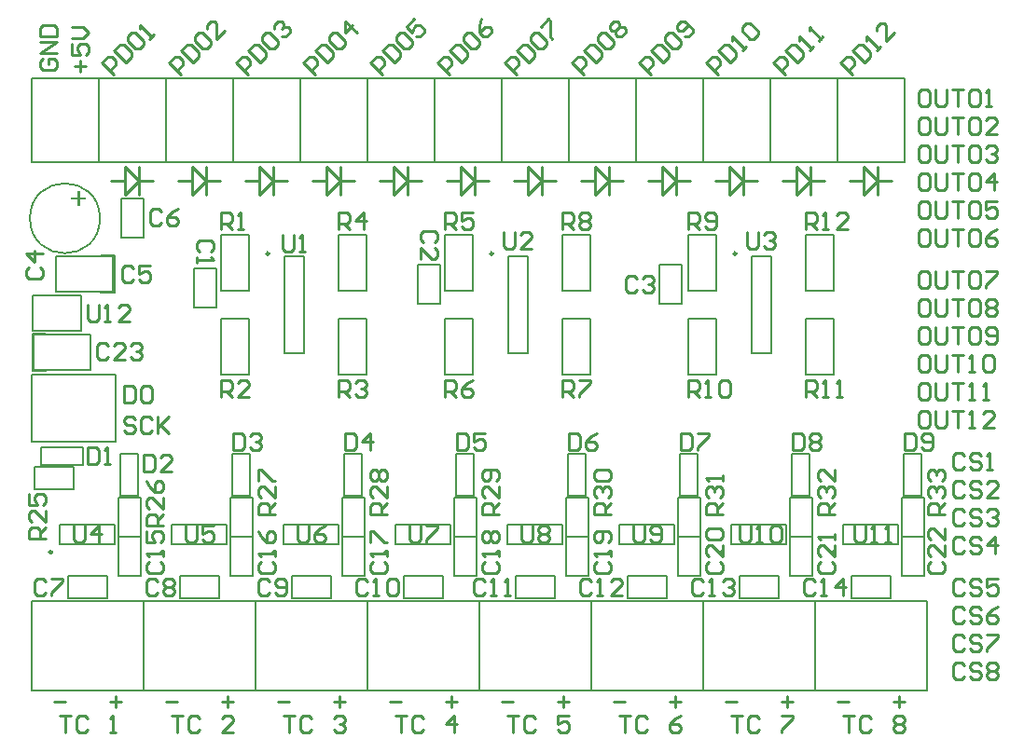
<source format=gto>
G04 Layer_Color=65535*
%FSLAX25Y25*%
%MOIN*%
G70*
G01*
G75*
%ADD31C,0.00984*%
%ADD32C,0.00500*%
%ADD33C,0.00787*%
%ADD34C,0.01000*%
G36*
X139325Y411506D02*
X141500D01*
Y410592D01*
X139325D01*
Y408417D01*
X138399D01*
Y410592D01*
X136224D01*
Y411506D01*
X138399D01*
Y413704D01*
X139325D01*
Y411506D01*
D02*
G37*
D31*
X373992Y391347D02*
G03*
X373992Y391347I-492J0D01*
G01*
X286992D02*
G03*
X286992Y391347I-492J0D01*
G01*
X206992D02*
G03*
X206992Y391347I-492J0D01*
G01*
X409392Y284600D02*
G03*
X409392Y284600I-492J0D01*
G01*
X369392D02*
G03*
X369392Y284600I-492J0D01*
G01*
X329392D02*
G03*
X329392Y284600I-492J0D01*
G01*
X289392D02*
G03*
X289392Y284600I-492J0D01*
G01*
X249392D02*
G03*
X249392Y284600I-492J0D01*
G01*
X209392D02*
G03*
X209392Y284600I-492J0D01*
G01*
X169392D02*
G03*
X169392Y284600I-492J0D01*
G01*
X129392D02*
G03*
X129392Y284600I-492J0D01*
G01*
D32*
X146500Y404000D02*
G03*
X146500Y404000I-12500J0D01*
G01*
X346500Y387500D02*
X354500D01*
X346500Y373500D02*
X354500D01*
X346500D02*
Y387500D01*
X354500Y373500D02*
Y387500D01*
X398949Y398001D02*
X408949D01*
X398949Y378000D02*
X408949D01*
X398949D02*
Y398001D01*
X408949Y378000D02*
Y398001D01*
X398949Y347999D02*
X408949D01*
X398949Y368000D02*
X408949D01*
Y347999D02*
Y368000D01*
X398949Y347999D02*
Y368000D01*
X356949Y347999D02*
X366949D01*
X356949Y368000D02*
X366949D01*
Y347999D02*
Y368000D01*
X356949Y347999D02*
Y368000D01*
Y398001D02*
X366949D01*
X356949Y378000D02*
X366949D01*
X356949D02*
Y398001D01*
X366949Y378000D02*
Y398001D01*
X311949D02*
X321949D01*
X311949Y378000D02*
X321949D01*
X311949D02*
Y398001D01*
X321949Y378000D02*
Y398001D01*
X311949Y347999D02*
X321949D01*
X311949Y368000D02*
X321949D01*
Y347999D02*
Y368000D01*
X311949Y347999D02*
Y368000D01*
X269949Y347999D02*
X279949D01*
X269949Y368000D02*
X279949D01*
Y347999D02*
Y368000D01*
X269949Y347999D02*
Y368000D01*
Y398001D02*
X279949D01*
X269949Y378000D02*
X279949D01*
X269949D02*
Y398001D01*
X279949Y378000D02*
Y398001D01*
X260000Y387500D02*
X268000D01*
X260000Y373500D02*
X268000D01*
X260000D02*
Y387500D01*
X268000Y373500D02*
Y387500D01*
X180000Y386000D02*
X188000D01*
X180000Y372000D02*
X188000D01*
X180000D02*
Y386000D01*
X188000Y372000D02*
Y386000D01*
X231949Y398001D02*
X241949D01*
X231949Y378000D02*
X241949D01*
X231949D02*
Y398001D01*
X241949Y378000D02*
Y398001D01*
X231949Y347999D02*
X241949D01*
X231949Y368000D02*
X241949D01*
Y347999D02*
Y368000D01*
X231949Y347999D02*
Y368000D01*
X189949Y398001D02*
X199949D01*
X189949Y378000D02*
X199949D01*
X189949D02*
Y398001D01*
X199949Y378000D02*
Y398001D01*
X189949Y347999D02*
X199949D01*
X189949Y368000D02*
X199949D01*
Y347999D02*
Y368000D01*
X189949Y347999D02*
Y368000D01*
X433850Y304638D02*
Y319598D01*
X440150Y304638D02*
Y319598D01*
X433850D02*
X440150D01*
X433850Y304638D02*
X440150D01*
X441000Y290000D02*
Y304000D01*
X433000Y290000D02*
Y304000D01*
Y290000D02*
X441000D01*
X433000Y304000D02*
X441000D01*
X393850Y304638D02*
Y319598D01*
X400150Y304638D02*
Y319598D01*
X393850D02*
X400150D01*
X393850Y304638D02*
X400150D01*
X401000Y290000D02*
Y304000D01*
X393000Y290000D02*
Y304000D01*
Y290000D02*
X401000D01*
X393000Y304000D02*
X401000D01*
X393000Y276000D02*
X401000D01*
X393000Y290000D02*
X401000D01*
Y276000D02*
Y290000D01*
X393000Y276000D02*
Y290000D01*
X353850Y304638D02*
Y319598D01*
X360150Y304638D02*
Y319598D01*
X353850D02*
X360150D01*
X353850Y304638D02*
X360150D01*
X361000Y290000D02*
Y304000D01*
X353000Y290000D02*
Y304000D01*
Y290000D02*
X361000D01*
X353000Y304000D02*
X361000D01*
X353000Y276000D02*
X361000D01*
X353000Y290000D02*
X361000D01*
Y276000D02*
Y290000D01*
X353000Y276000D02*
Y290000D01*
X313850Y304638D02*
Y319598D01*
X320150Y304638D02*
Y319598D01*
X313850D02*
X320150D01*
X313850Y304638D02*
X320150D01*
X321000Y290000D02*
Y304000D01*
X313000Y290000D02*
Y304000D01*
Y290000D02*
X321000D01*
X313000Y304000D02*
X321000D01*
X313000Y276000D02*
X321000D01*
X313000Y290000D02*
X321000D01*
Y276000D02*
Y290000D01*
X313000Y276000D02*
Y290000D01*
X273850Y304638D02*
Y319598D01*
X280150Y304638D02*
Y319598D01*
X273850D02*
X280150D01*
X273850Y304638D02*
X280150D01*
X281000Y290000D02*
Y304000D01*
X273000Y290000D02*
Y304000D01*
Y290000D02*
X281000D01*
X273000Y304000D02*
X281000D01*
X273000Y276000D02*
X281000D01*
X273000Y290000D02*
X281000D01*
Y276000D02*
Y290000D01*
X273000Y276000D02*
Y290000D01*
X233850Y304638D02*
Y319598D01*
X240150Y304638D02*
Y319598D01*
X233850D02*
X240150D01*
X233850Y304638D02*
X240150D01*
X193850D02*
Y319598D01*
X200150Y304638D02*
Y319598D01*
X193850D02*
X200150D01*
X193850Y304638D02*
X200150D01*
X201000Y290000D02*
Y304000D01*
X193000Y290000D02*
Y304000D01*
Y290000D02*
X201000D01*
X193000Y304000D02*
X201000D01*
X241000Y290000D02*
Y304000D01*
X233000Y290000D02*
Y304000D01*
Y290000D02*
X241000D01*
X233000Y304000D02*
X241000D01*
X233000Y276000D02*
X241000D01*
X233000Y290000D02*
X241000D01*
Y276000D02*
Y290000D01*
X233000Y276000D02*
Y290000D01*
X433000Y276000D02*
X441000D01*
X433000Y290000D02*
X441000D01*
Y276000D02*
Y290000D01*
X433000Y276000D02*
Y290000D01*
X154000Y411000D02*
X162000D01*
X154000Y397000D02*
X162000D01*
X154000D02*
Y411000D01*
X162000Y397000D02*
Y411000D01*
X130764Y377701D02*
X151236D01*
X130764D02*
Y390299D01*
X151236D01*
Y377701D02*
Y390299D01*
X146906Y377307D02*
Y377701D01*
Y377307D02*
X151630D01*
Y390693D01*
X146906D02*
X151630D01*
X146906Y390299D02*
Y390693D01*
X161000Y290000D02*
Y304000D01*
X153000Y290000D02*
Y304000D01*
Y290000D02*
X161000D01*
X153000Y304000D02*
X161000D01*
X153850Y304638D02*
Y319598D01*
X160150Y304638D02*
Y319598D01*
X153850D02*
X160150D01*
X153850Y304638D02*
X160150D01*
X429000Y268000D02*
Y276000D01*
X415000Y268000D02*
Y276000D01*
X429000D01*
X415000Y268000D02*
X429000D01*
X389000D02*
Y276000D01*
X375000Y268000D02*
Y276000D01*
X389000D01*
X375000Y268000D02*
X389000D01*
X349000D02*
Y276000D01*
X335000Y268000D02*
Y276000D01*
X349000D01*
X335000Y268000D02*
X349000D01*
X309000D02*
Y276000D01*
X295000Y268000D02*
Y276000D01*
X309000D01*
X295000Y268000D02*
X309000D01*
X269000D02*
Y276000D01*
X255000Y268000D02*
Y276000D01*
X269000D01*
X255000Y268000D02*
X269000D01*
X229000D02*
Y276000D01*
X215000Y268000D02*
Y276000D01*
X229000D01*
X215000Y268000D02*
X229000D01*
X189000D02*
Y276000D01*
X175000Y268000D02*
Y276000D01*
X189000D01*
X175000Y268000D02*
X189000D01*
X193000Y276000D02*
X201000D01*
X193000Y290000D02*
X201000D01*
Y276000D02*
Y290000D01*
X193000Y276000D02*
Y290000D01*
X153000Y276000D02*
X161000D01*
X153000Y290000D02*
X161000D01*
Y276000D02*
Y290000D01*
X153000Y276000D02*
Y290000D01*
X149000Y268000D02*
Y276000D01*
X135000Y268000D02*
Y276000D01*
X149000D01*
X135000Y268000D02*
X149000D01*
X122339Y363701D02*
X139661D01*
X122339D02*
Y376299D01*
X139661D01*
Y363701D02*
Y376299D01*
X122764Y362299D02*
X143236D01*
Y349701D02*
Y362299D01*
X122764Y349701D02*
X143236D01*
X122764D02*
Y362299D01*
X127094D02*
Y362693D01*
X122370D02*
X127094D01*
X122370Y349307D02*
Y362693D01*
Y349307D02*
X127094D01*
Y349701D01*
X123000Y307000D02*
X137000D01*
X123000Y315000D02*
X137000D01*
X123000Y307000D02*
Y315000D01*
X137000Y307000D02*
Y315000D01*
X125402Y315850D02*
X140362D01*
X125402Y322150D02*
X140362D01*
X125402Y315850D02*
Y322150D01*
X140362Y315850D02*
Y322150D01*
X146000Y424000D02*
Y454000D01*
X122000Y424000D02*
Y454000D01*
X146000D01*
X122000Y424000D02*
X146000D01*
X170000D02*
Y454000D01*
X146000Y424000D02*
Y454000D01*
X170000D01*
X146000Y424000D02*
X170000D01*
X194000D02*
Y454000D01*
X170000Y424000D02*
Y454000D01*
X194000D01*
X170000Y424000D02*
X194000D01*
X218000D02*
Y454000D01*
X194000Y424000D02*
Y454000D01*
X218000D01*
X194000Y424000D02*
X218000D01*
X242000D02*
Y454000D01*
X218000Y424000D02*
Y454000D01*
X242000D01*
X218000Y424000D02*
X242000D01*
X266000D02*
Y454000D01*
X242000Y424000D02*
Y454000D01*
X266000D01*
X242000Y424000D02*
X266000D01*
X290000D02*
Y454000D01*
X266000Y424000D02*
Y454000D01*
X290000D01*
X266000Y424000D02*
X290000D01*
X314000D02*
Y454000D01*
X290000Y424000D02*
Y454000D01*
X314000D01*
X290000Y424000D02*
X314000D01*
X338000D02*
Y454000D01*
X314000Y424000D02*
Y454000D01*
X338000D01*
X314000Y424000D02*
X338000D01*
X362000D02*
Y454000D01*
X338000Y424000D02*
Y454000D01*
X362000D01*
X338000Y424000D02*
X362000D01*
X386000D02*
Y454000D01*
X362000Y424000D02*
Y454000D01*
X386000D01*
X362000Y424000D02*
X386000D01*
X410000D02*
Y454000D01*
X386000Y424000D02*
Y454000D01*
X410000D01*
X386000Y424000D02*
X410000D01*
X434000D02*
Y454000D01*
X410000Y424000D02*
Y454000D01*
X434000D01*
X410000Y424000D02*
X434000D01*
X122000Y267000D02*
X123000D01*
X122000Y240000D02*
Y262000D01*
X162000Y240000D02*
Y262000D01*
X122000Y235000D02*
Y267000D01*
X162000Y235000D02*
Y267000D01*
X122000Y235000D02*
X162000D01*
X122000Y267000D02*
X162000D01*
X163000D01*
X162000Y240000D02*
Y262000D01*
X202000Y240000D02*
Y262000D01*
X162000Y235000D02*
Y267000D01*
X202000Y235000D02*
Y267000D01*
X162000Y235000D02*
X202000D01*
X162000Y267000D02*
X202000D01*
X203000D01*
X202000Y240000D02*
Y262000D01*
X242000Y240000D02*
Y262000D01*
X202000Y235000D02*
Y267000D01*
X242000Y235000D02*
Y267000D01*
X202000Y235000D02*
X242000D01*
X202000Y267000D02*
X242000D01*
X243000D01*
X242000Y240000D02*
Y262000D01*
X282000Y240000D02*
Y262000D01*
X242000Y235000D02*
Y267000D01*
X282000Y235000D02*
Y267000D01*
X242000Y235000D02*
X282000D01*
X242000Y267000D02*
X282000D01*
X283000D01*
X282000Y240000D02*
Y262000D01*
X322000Y240000D02*
Y262000D01*
X282000Y235000D02*
Y267000D01*
X322000Y235000D02*
Y267000D01*
X282000Y235000D02*
X322000D01*
X282000Y267000D02*
X322000D01*
X323000D01*
X322000Y240000D02*
Y262000D01*
X362000Y240000D02*
Y262000D01*
X322000Y235000D02*
Y267000D01*
X362000Y235000D02*
Y267000D01*
X322000Y235000D02*
X362000D01*
X322000Y267000D02*
X362000D01*
X363000D01*
X362000Y240000D02*
Y262000D01*
X402000Y240000D02*
Y262000D01*
X362000Y235000D02*
Y267000D01*
X402000Y235000D02*
Y267000D01*
X362000Y235000D02*
X402000D01*
X362000Y267000D02*
X402000D01*
X403000D01*
X402000Y240000D02*
Y262000D01*
X442000Y240000D02*
Y262000D01*
X402000Y235000D02*
Y267000D01*
X442000Y235000D02*
Y267000D01*
X402000Y235000D02*
X442000D01*
X402000Y267000D02*
X442000D01*
X122000Y348000D02*
X152000D01*
X122000Y324000D02*
X152000D01*
X122000D02*
Y348000D01*
X152000Y324000D02*
Y348000D01*
D33*
X379405Y355677D02*
X386492D01*
X379405Y390323D02*
X386492D01*
Y355677D02*
Y390323D01*
X379405Y355677D02*
Y390323D01*
X292406Y355677D02*
X299492D01*
X292406Y390323D02*
X299492D01*
Y355677D02*
Y390323D01*
X292406Y355677D02*
Y390323D01*
X212405Y355677D02*
X219492D01*
X212405Y390323D02*
X219492D01*
Y355677D02*
Y390323D01*
X212405Y355677D02*
Y390323D01*
X431843Y287457D02*
Y294543D01*
X412157Y287457D02*
Y294543D01*
X431843D01*
X412157Y287457D02*
X431843D01*
X391843D02*
Y294543D01*
X372158Y287457D02*
Y294543D01*
X391843D01*
X372158Y287457D02*
X391843D01*
X351842D02*
Y294543D01*
X332157Y287457D02*
Y294543D01*
X351842D01*
X332157Y287457D02*
X351842D01*
X311842D02*
Y294543D01*
X292158Y287457D02*
Y294543D01*
X311842D01*
X292158Y287457D02*
X311842D01*
X271843D02*
Y294543D01*
X252157Y287457D02*
Y294543D01*
X271843D01*
X252157Y287457D02*
X271843D01*
X231842D02*
Y294543D01*
X212158Y287457D02*
Y294543D01*
X231842D01*
X212158Y287457D02*
X231842D01*
X191842D02*
Y294543D01*
X172158Y287457D02*
Y294543D01*
X191842D01*
X172158Y287457D02*
X191842D01*
X151842D02*
Y294543D01*
X132158Y287457D02*
Y294543D01*
X151842D01*
X132158Y287457D02*
X151842D01*
D34*
X155500Y412500D02*
Y422500D01*
Y412500D02*
X160500Y417500D01*
X155500Y422500D02*
X160500Y417500D01*
Y422500D01*
Y412500D02*
Y417500D01*
X165500D01*
X150500D02*
X155500D01*
X174500D02*
X179500D01*
X184500D02*
X189500D01*
X184500Y412500D02*
Y417500D01*
Y422500D01*
X179500D02*
X184500Y417500D01*
X179500Y412500D02*
X184500Y417500D01*
X179500Y412500D02*
Y422500D01*
X198500Y417500D02*
X203500D01*
X208500D02*
X213500D01*
X208500Y412500D02*
Y417500D01*
Y422500D01*
X203500D02*
X208500Y417500D01*
X203500Y412500D02*
X208500Y417500D01*
X203500Y412500D02*
Y422500D01*
X222500Y417500D02*
X227500D01*
X232500D02*
X237500D01*
X232500Y412500D02*
Y417500D01*
Y422500D01*
X227500D02*
X232500Y417500D01*
X227500Y412500D02*
X232500Y417500D01*
X227500Y412500D02*
Y422500D01*
X246500Y417500D02*
X251500D01*
X256500D02*
X261500D01*
X256500Y412500D02*
Y417500D01*
Y422500D01*
X251500D02*
X256500Y417500D01*
X251500Y412500D02*
X256500Y417500D01*
X251500Y412500D02*
Y422500D01*
X270500Y417500D02*
X275500D01*
X280500D02*
X285500D01*
X280500Y412500D02*
Y417500D01*
Y422500D01*
X275500D02*
X280500Y417500D01*
X275500Y412500D02*
X280500Y417500D01*
X275500Y412500D02*
Y422500D01*
X294500Y417500D02*
X299500D01*
X304500D02*
X309500D01*
X304500Y412500D02*
Y417500D01*
Y422500D01*
X299500D02*
X304500Y417500D01*
X299500Y412500D02*
X304500Y417500D01*
X299500Y412500D02*
Y422500D01*
X318500Y417500D02*
X323500D01*
X328500D02*
X333500D01*
X328500Y412500D02*
Y417500D01*
Y422500D01*
X323500D02*
X328500Y417500D01*
X323500Y412500D02*
X328500Y417500D01*
X323500Y412500D02*
Y422500D01*
X342500Y417500D02*
X347500D01*
X352500D02*
X357500D01*
X352500Y412500D02*
Y417500D01*
Y422500D01*
X347500D02*
X352500Y417500D01*
X347500Y412500D02*
X352500Y417500D01*
X347500Y412500D02*
Y422500D01*
X366500Y417500D02*
X371500D01*
X376500D02*
X381500D01*
X376500Y412500D02*
Y417500D01*
Y422500D01*
X371500D02*
X376500Y417500D01*
X371500Y412500D02*
X376500Y417500D01*
X371500Y412500D02*
Y422500D01*
X390500Y417500D02*
X395500D01*
X400500D02*
X405500D01*
X400500Y412500D02*
Y417500D01*
Y422500D01*
X395500D02*
X400500Y417500D01*
X395500Y412500D02*
X400500Y417500D01*
X395500Y412500D02*
Y422500D01*
X414500Y417500D02*
X419500D01*
X424500D02*
X429500D01*
X424500Y412500D02*
Y417500D01*
Y422500D01*
X419500D02*
X424500Y417500D01*
X419500Y412500D02*
X424500Y417500D01*
X419500Y412500D02*
Y422500D01*
X269949Y400000D02*
Y405998D01*
X272948D01*
X273948Y404998D01*
Y402999D01*
X272948Y401999D01*
X269949D01*
X271948D02*
X273948Y400000D01*
X279946Y405998D02*
X275947D01*
Y402999D01*
X277946Y403999D01*
X278946D01*
X279946Y402999D01*
Y401000D01*
X278946Y400000D01*
X276947D01*
X275947Y401000D01*
X356949Y400000D02*
Y405998D01*
X359948D01*
X360947Y404998D01*
Y402999D01*
X359948Y401999D01*
X356949D01*
X358948D02*
X360947Y400000D01*
X362947Y401000D02*
X363947Y400000D01*
X365946D01*
X366946Y401000D01*
Y404998D01*
X365946Y405998D01*
X363947D01*
X362947Y404998D01*
Y403999D01*
X363947Y402999D01*
X366946D01*
X189949Y400000D02*
Y405998D01*
X192948D01*
X193948Y404998D01*
Y402999D01*
X192948Y401999D01*
X189949D01*
X191948D02*
X193948Y400000D01*
X195947D02*
X197946D01*
X196947D01*
Y405998D01*
X195947Y404998D01*
X269949Y340000D02*
Y345998D01*
X272948D01*
X273948Y344998D01*
Y342999D01*
X272948Y341999D01*
X269949D01*
X271948D02*
X273948Y340000D01*
X279946Y345998D02*
X277946Y344998D01*
X275947Y342999D01*
Y341000D01*
X276947Y340000D01*
X278946D01*
X279946Y341000D01*
Y341999D01*
X278946Y342999D01*
X275947D01*
X356949Y340000D02*
Y345998D01*
X359948D01*
X360947Y344998D01*
Y342999D01*
X359948Y341999D01*
X356949D01*
X358948D02*
X360947Y340000D01*
X362947D02*
X364946D01*
X363947D01*
Y345998D01*
X362947Y344998D01*
X367945D02*
X368945Y345998D01*
X370944D01*
X371944Y344998D01*
Y341000D01*
X370944Y340000D01*
X368945D01*
X367945Y341000D01*
Y344998D01*
X189949Y340000D02*
Y345998D01*
X192948D01*
X193948Y344998D01*
Y342999D01*
X192948Y341999D01*
X189949D01*
X191948D02*
X193948Y340000D01*
X199946D02*
X195947D01*
X199946Y343999D01*
Y344998D01*
X198946Y345998D01*
X196947D01*
X195947Y344998D01*
X398949Y340000D02*
Y345998D01*
X401948D01*
X402948Y344998D01*
Y342999D01*
X401948Y341999D01*
X398949D01*
X400948D02*
X402948Y340000D01*
X404947D02*
X406946D01*
X405947D01*
Y345998D01*
X404947Y344998D01*
X409945Y340000D02*
X411945D01*
X410945D01*
Y345998D01*
X409945Y344998D01*
X311949Y340000D02*
Y345998D01*
X314948D01*
X315948Y344998D01*
Y342999D01*
X314948Y341999D01*
X311949D01*
X313948D02*
X315948Y340000D01*
X317947Y345998D02*
X321946D01*
Y344998D01*
X317947Y341000D01*
Y340000D01*
X231949D02*
Y345998D01*
X234948D01*
X235947Y344998D01*
Y342999D01*
X234948Y341999D01*
X231949D01*
X233948D02*
X235947Y340000D01*
X237947Y344998D02*
X238947Y345998D01*
X240946D01*
X241946Y344998D01*
Y343999D01*
X240946Y342999D01*
X239946D01*
X240946D01*
X241946Y341999D01*
Y341000D01*
X240946Y340000D01*
X238947D01*
X237947Y341000D01*
X231949Y400000D02*
Y405998D01*
X234948D01*
X235947Y404998D01*
Y402999D01*
X234948Y401999D01*
X231949D01*
X233948D02*
X235947Y400000D01*
X240946D02*
Y405998D01*
X237947Y402999D01*
X241946D01*
X311949Y400000D02*
Y405998D01*
X314948D01*
X315948Y404998D01*
Y402999D01*
X314948Y401999D01*
X311949D01*
X313948D02*
X315948Y400000D01*
X317947Y404998D02*
X318947Y405998D01*
X320946D01*
X321946Y404998D01*
Y403999D01*
X320946Y402999D01*
X321946Y401999D01*
Y401000D01*
X320946Y400000D01*
X318947D01*
X317947Y401000D01*
Y401999D01*
X318947Y402999D01*
X317947Y403999D01*
Y404998D01*
X318947Y402999D02*
X320946D01*
X398949Y400000D02*
Y405998D01*
X401948D01*
X402948Y404998D01*
Y402999D01*
X401948Y401999D01*
X398949D01*
X400948D02*
X402948Y400000D01*
X404947D02*
X406946D01*
X405947D01*
Y405998D01*
X404947Y404998D01*
X413944Y400000D02*
X409945D01*
X413944Y403999D01*
Y404998D01*
X412944Y405998D01*
X410945D01*
X409945Y404998D01*
X211949Y397998D02*
Y393000D01*
X212948Y392000D01*
X214948D01*
X215948Y393000D01*
Y397998D01*
X217947Y392000D02*
X219946D01*
X218947D01*
Y397998D01*
X217947Y396998D01*
X290949Y398998D02*
Y394000D01*
X291949Y393000D01*
X293948D01*
X294948Y394000D01*
Y398998D01*
X300946Y393000D02*
X296947D01*
X300946Y396999D01*
Y397998D01*
X299946Y398998D01*
X297947D01*
X296947Y397998D01*
X377949Y398998D02*
Y394000D01*
X378948Y393000D01*
X380948D01*
X381947Y394000D01*
Y398998D01*
X383947Y397998D02*
X384947Y398998D01*
X386946D01*
X387946Y397998D01*
Y396999D01*
X386946Y395999D01*
X385946D01*
X386946D01*
X387946Y394999D01*
Y394000D01*
X386946Y393000D01*
X384947D01*
X383947Y394000D01*
X137000Y293998D02*
Y289000D01*
X138000Y288000D01*
X139999D01*
X140999Y289000D01*
Y293998D01*
X145997Y288000D02*
Y293998D01*
X142998Y290999D01*
X146997D01*
X297000Y293998D02*
Y289000D01*
X298000Y288000D01*
X299999D01*
X300999Y289000D01*
Y293998D01*
X302998Y292998D02*
X303998Y293998D01*
X305997D01*
X306997Y292998D01*
Y291999D01*
X305997Y290999D01*
X306997Y289999D01*
Y289000D01*
X305997Y288000D01*
X303998D01*
X302998Y289000D01*
Y289999D01*
X303998Y290999D01*
X302998Y291999D01*
Y292998D01*
X303998Y290999D02*
X305997D01*
X177000Y293998D02*
Y289000D01*
X178000Y288000D01*
X179999D01*
X180999Y289000D01*
Y293998D01*
X186997D02*
X182998D01*
Y290999D01*
X184997Y291999D01*
X185997D01*
X186997Y290999D01*
Y289000D01*
X185997Y288000D01*
X183998D01*
X182998Y289000D01*
X337000Y293998D02*
Y289000D01*
X338000Y288000D01*
X339999D01*
X340999Y289000D01*
Y293998D01*
X342998Y289000D02*
X343998Y288000D01*
X345997D01*
X346997Y289000D01*
Y292998D01*
X345997Y293998D01*
X343998D01*
X342998Y292998D01*
Y291999D01*
X343998Y290999D01*
X346997D01*
X217000Y293998D02*
Y289000D01*
X218000Y288000D01*
X219999D01*
X220999Y289000D01*
Y293998D01*
X226997D02*
X224997Y292998D01*
X222998Y290999D01*
Y289000D01*
X223998Y288000D01*
X225997D01*
X226997Y289000D01*
Y289999D01*
X225997Y290999D01*
X222998D01*
X375000Y293998D02*
Y289000D01*
X376000Y288000D01*
X377999D01*
X378999Y289000D01*
Y293998D01*
X380998Y288000D02*
X382997D01*
X381998D01*
Y293998D01*
X380998Y292998D01*
X385996D02*
X386996Y293998D01*
X388996D01*
X389995Y292998D01*
Y289000D01*
X388996Y288000D01*
X386996D01*
X385996Y289000D01*
Y292998D01*
X257000Y293998D02*
Y289000D01*
X258000Y288000D01*
X259999D01*
X260999Y289000D01*
Y293998D01*
X262998D02*
X266997D01*
Y292998D01*
X262998Y289000D01*
Y288000D01*
X416000Y293998D02*
Y289000D01*
X417000Y288000D01*
X418999D01*
X419999Y289000D01*
Y293998D01*
X421998Y288000D02*
X423997D01*
X422998D01*
Y293998D01*
X421998Y292998D01*
X426996Y288000D02*
X428996D01*
X427996D01*
Y293998D01*
X426996Y292998D01*
X142000Y372998D02*
Y368000D01*
X143000Y367000D01*
X144999D01*
X145999Y368000D01*
Y372998D01*
X147998Y367000D02*
X149997D01*
X148998D01*
Y372998D01*
X147998Y371998D01*
X156995Y367000D02*
X152996D01*
X156995Y370999D01*
Y371998D01*
X155996Y372998D01*
X153996D01*
X152996Y371998D01*
X185998Y392001D02*
X186998Y393001D01*
Y395000D01*
X185998Y396000D01*
X182000D01*
X181000Y395000D01*
Y393001D01*
X182000Y392001D01*
X181000Y390002D02*
Y388003D01*
Y389002D01*
X186998D01*
X185998Y390002D01*
X265998Y395501D02*
X266998Y396501D01*
Y398500D01*
X265998Y399500D01*
X262000D01*
X261000Y398500D01*
Y396501D01*
X262000Y395501D01*
X261000Y389503D02*
Y393502D01*
X264999Y389503D01*
X265998D01*
X266998Y390503D01*
Y392502D01*
X265998Y393502D01*
X338499Y382498D02*
X337499Y383498D01*
X335500D01*
X334500Y382498D01*
Y378500D01*
X335500Y377500D01*
X337499D01*
X338499Y378500D01*
X340498Y382498D02*
X341498Y383498D01*
X343497D01*
X344497Y382498D01*
Y381499D01*
X343497Y380499D01*
X342497D01*
X343497D01*
X344497Y379499D01*
Y378500D01*
X343497Y377500D01*
X341498D01*
X340498Y378500D01*
X121002Y386499D02*
X120002Y385499D01*
Y383500D01*
X121002Y382500D01*
X125000D01*
X126000Y383500D01*
Y385499D01*
X125000Y386499D01*
X126000Y391497D02*
X120002D01*
X123001Y388498D01*
Y392497D01*
X158499Y385998D02*
X157499Y386998D01*
X155500D01*
X154500Y385998D01*
Y382000D01*
X155500Y381000D01*
X157499D01*
X158499Y382000D01*
X164497Y386998D02*
X160498D01*
Y383999D01*
X162497Y384999D01*
X163497D01*
X164497Y383999D01*
Y382000D01*
X163497Y381000D01*
X161498D01*
X160498Y382000D01*
X168499Y406498D02*
X167499Y407498D01*
X165500D01*
X164500Y406498D01*
Y402500D01*
X165500Y401500D01*
X167499D01*
X168499Y402500D01*
X174497Y407498D02*
X172497Y406498D01*
X170498Y404499D01*
Y402500D01*
X171498Y401500D01*
X173497D01*
X174497Y402500D01*
Y403499D01*
X173497Y404499D01*
X170498D01*
X126999Y273998D02*
X125999Y274998D01*
X124000D01*
X123000Y273998D01*
Y270000D01*
X124000Y269000D01*
X125999D01*
X126999Y270000D01*
X128998Y274998D02*
X132997D01*
Y273998D01*
X128998Y270000D01*
Y269000D01*
X166999Y273998D02*
X165999Y274998D01*
X164000D01*
X163000Y273998D01*
Y270000D01*
X164000Y269000D01*
X165999D01*
X166999Y270000D01*
X168998Y273998D02*
X169998Y274998D01*
X171997D01*
X172997Y273998D01*
Y272999D01*
X171997Y271999D01*
X172997Y270999D01*
Y270000D01*
X171997Y269000D01*
X169998D01*
X168998Y270000D01*
Y270999D01*
X169998Y271999D01*
X168998Y272999D01*
Y273998D01*
X169998Y271999D02*
X171997D01*
X206999Y273998D02*
X205999Y274998D01*
X204000D01*
X203000Y273998D01*
Y270000D01*
X204000Y269000D01*
X205999D01*
X206999Y270000D01*
X208998D02*
X209998Y269000D01*
X211997D01*
X212997Y270000D01*
Y273998D01*
X211997Y274998D01*
X209998D01*
X208998Y273998D01*
Y272999D01*
X209998Y271999D01*
X212997D01*
X241999Y273998D02*
X240999Y274998D01*
X239000D01*
X238000Y273998D01*
Y270000D01*
X239000Y269000D01*
X240999D01*
X241999Y270000D01*
X243998Y269000D02*
X245997D01*
X244998D01*
Y274998D01*
X243998Y273998D01*
X248996D02*
X249996Y274998D01*
X251995D01*
X252995Y273998D01*
Y270000D01*
X251995Y269000D01*
X249996D01*
X248996Y270000D01*
Y273998D01*
X283999D02*
X282999Y274998D01*
X281000D01*
X280000Y273998D01*
Y270000D01*
X281000Y269000D01*
X282999D01*
X283999Y270000D01*
X285998Y269000D02*
X287997D01*
X286998D01*
Y274998D01*
X285998Y273998D01*
X290996Y269000D02*
X292996D01*
X291996D01*
Y274998D01*
X290996Y273998D01*
X321999D02*
X320999Y274998D01*
X319000D01*
X318000Y273998D01*
Y270000D01*
X319000Y269000D01*
X320999D01*
X321999Y270000D01*
X323998Y269000D02*
X325997D01*
X324998D01*
Y274998D01*
X323998Y273998D01*
X332995Y269000D02*
X328996D01*
X332995Y272999D01*
Y273998D01*
X331996Y274998D01*
X329996D01*
X328996Y273998D01*
X361999D02*
X360999Y274998D01*
X359000D01*
X358000Y273998D01*
Y270000D01*
X359000Y269000D01*
X360999D01*
X361999Y270000D01*
X363998Y269000D02*
X365997D01*
X364998D01*
Y274998D01*
X363998Y273998D01*
X368996D02*
X369996Y274998D01*
X371995D01*
X372995Y273998D01*
Y272999D01*
X371995Y271999D01*
X370996D01*
X371995D01*
X372995Y270999D01*
Y270000D01*
X371995Y269000D01*
X369996D01*
X368996Y270000D01*
X401999Y273998D02*
X400999Y274998D01*
X399000D01*
X398000Y273998D01*
Y270000D01*
X399000Y269000D01*
X400999D01*
X401999Y270000D01*
X403998Y269000D02*
X405997D01*
X404998D01*
Y274998D01*
X403998Y273998D01*
X411996Y269000D02*
Y274998D01*
X408996Y271999D01*
X412995D01*
X164002Y280999D02*
X163002Y279999D01*
Y278000D01*
X164002Y277000D01*
X168000D01*
X169000Y278000D01*
Y279999D01*
X168000Y280999D01*
X169000Y282998D02*
Y284997D01*
Y283998D01*
X163002D01*
X164002Y282998D01*
X163002Y291995D02*
Y287996D01*
X166001D01*
X165001Y289996D01*
Y290996D01*
X166001Y291995D01*
X168000D01*
X169000Y290996D01*
Y288996D01*
X168000Y287996D01*
X204002Y280999D02*
X203002Y279999D01*
Y278000D01*
X204002Y277000D01*
X208000D01*
X209000Y278000D01*
Y279999D01*
X208000Y280999D01*
X209000Y282998D02*
Y284997D01*
Y283998D01*
X203002D01*
X204002Y282998D01*
X203002Y291995D02*
X204002Y289996D01*
X206001Y287996D01*
X208000D01*
X209000Y288996D01*
Y290996D01*
X208000Y291995D01*
X207001D01*
X206001Y290996D01*
Y287996D01*
X244002Y280999D02*
X243002Y279999D01*
Y278000D01*
X244002Y277000D01*
X248000D01*
X249000Y278000D01*
Y279999D01*
X248000Y280999D01*
X249000Y282998D02*
Y284997D01*
Y283998D01*
X243002D01*
X244002Y282998D01*
X243002Y287996D02*
Y291995D01*
X244002D01*
X248000Y287996D01*
X249000D01*
X284002Y280999D02*
X283002Y279999D01*
Y278000D01*
X284002Y277000D01*
X288000D01*
X289000Y278000D01*
Y279999D01*
X288000Y280999D01*
X289000Y282998D02*
Y284997D01*
Y283998D01*
X283002D01*
X284002Y282998D01*
Y287996D02*
X283002Y288996D01*
Y290996D01*
X284002Y291995D01*
X285001D01*
X286001Y290996D01*
X287001Y291995D01*
X288000D01*
X289000Y290996D01*
Y288996D01*
X288000Y287996D01*
X287001D01*
X286001Y288996D01*
X285001Y287996D01*
X284002D01*
X286001Y288996D02*
Y290996D01*
X324002Y280999D02*
X323002Y279999D01*
Y278000D01*
X324002Y277000D01*
X328000D01*
X329000Y278000D01*
Y279999D01*
X328000Y280999D01*
X329000Y282998D02*
Y284997D01*
Y283998D01*
X323002D01*
X324002Y282998D01*
X328000Y287996D02*
X329000Y288996D01*
Y290996D01*
X328000Y291995D01*
X324002D01*
X323002Y290996D01*
Y288996D01*
X324002Y287996D01*
X325001D01*
X326001Y288996D01*
Y291995D01*
X364002Y280999D02*
X363002Y279999D01*
Y278000D01*
X364002Y277000D01*
X368000D01*
X369000Y278000D01*
Y279999D01*
X368000Y280999D01*
X369000Y286997D02*
Y282998D01*
X365001Y286997D01*
X364002D01*
X363002Y285997D01*
Y283998D01*
X364002Y282998D01*
Y288996D02*
X363002Y289996D01*
Y291995D01*
X364002Y292995D01*
X368000D01*
X369000Y291995D01*
Y289996D01*
X368000Y288996D01*
X364002D01*
X404002Y280999D02*
X403002Y279999D01*
Y278000D01*
X404002Y277000D01*
X408000D01*
X409000Y278000D01*
Y279999D01*
X408000Y280999D01*
X409000Y286997D02*
Y282998D01*
X405001Y286997D01*
X404002D01*
X403002Y285997D01*
Y283998D01*
X404002Y282998D01*
X409000Y288996D02*
Y290996D01*
Y289996D01*
X403002D01*
X404002Y288996D01*
X443502Y280999D02*
X442502Y279999D01*
Y278000D01*
X443502Y277000D01*
X447500D01*
X448500Y278000D01*
Y279999D01*
X447500Y280999D01*
X448500Y286997D02*
Y282998D01*
X444501Y286997D01*
X443502D01*
X442502Y285997D01*
Y283998D01*
X443502Y282998D01*
X448500Y292995D02*
Y288996D01*
X444501Y292995D01*
X443502D01*
X442502Y291995D01*
Y289996D01*
X443502Y288996D01*
X149499Y358498D02*
X148499Y359498D01*
X146500D01*
X145500Y358498D01*
Y354500D01*
X146500Y353500D01*
X148499D01*
X149499Y354500D01*
X155497Y353500D02*
X151498D01*
X155497Y357499D01*
Y358498D01*
X154497Y359498D01*
X152498D01*
X151498Y358498D01*
X157496D02*
X158496Y359498D01*
X160495D01*
X161495Y358498D01*
Y357499D01*
X160495Y356499D01*
X159495D01*
X160495D01*
X161495Y355499D01*
Y354500D01*
X160495Y353500D01*
X158496D01*
X157496Y354500D01*
X142000Y321998D02*
Y316000D01*
X144999D01*
X145999Y317000D01*
Y320998D01*
X144999Y321998D01*
X142000D01*
X147998Y316000D02*
X149997D01*
X148998D01*
Y321998D01*
X147998Y320998D01*
X162000Y319498D02*
Y313500D01*
X164999D01*
X165999Y314500D01*
Y318498D01*
X164999Y319498D01*
X162000D01*
X171997Y313500D02*
X167998D01*
X171997Y317499D01*
Y318498D01*
X170997Y319498D01*
X168998D01*
X167998Y318498D01*
X194000Y327234D02*
Y321236D01*
X196999D01*
X197999Y322236D01*
Y326235D01*
X196999Y327234D01*
X194000D01*
X199998Y326235D02*
X200998Y327234D01*
X202997D01*
X203997Y326235D01*
Y325235D01*
X202997Y324235D01*
X201998D01*
X202997D01*
X203997Y323236D01*
Y322236D01*
X202997Y321236D01*
X200998D01*
X199998Y322236D01*
X234000Y326998D02*
Y321000D01*
X236999D01*
X237999Y322000D01*
Y325998D01*
X236999Y326998D01*
X234000D01*
X242997Y321000D02*
Y326998D01*
X239998Y323999D01*
X243997D01*
X274000Y326998D02*
Y321000D01*
X276999D01*
X277999Y322000D01*
Y325998D01*
X276999Y326998D01*
X274000D01*
X283997D02*
X279998D01*
Y323999D01*
X281997Y324999D01*
X282997D01*
X283997Y323999D01*
Y322000D01*
X282997Y321000D01*
X280998D01*
X279998Y322000D01*
X314000Y326998D02*
Y321000D01*
X316999D01*
X317999Y322000D01*
Y325998D01*
X316999Y326998D01*
X314000D01*
X323997D02*
X321997Y325998D01*
X319998Y323999D01*
Y322000D01*
X320998Y321000D01*
X322997D01*
X323997Y322000D01*
Y322999D01*
X322997Y323999D01*
X319998D01*
X354000Y326998D02*
Y321000D01*
X356999D01*
X357999Y322000D01*
Y325998D01*
X356999Y326998D01*
X354000D01*
X359998D02*
X363997D01*
Y325998D01*
X359998Y322000D01*
Y321000D01*
X394000Y326998D02*
Y321000D01*
X396999D01*
X397999Y322000D01*
Y325998D01*
X396999Y326998D01*
X394000D01*
X399998Y325998D02*
X400998Y326998D01*
X402997D01*
X403997Y325998D01*
Y324999D01*
X402997Y323999D01*
X403997Y322999D01*
Y322000D01*
X402997Y321000D01*
X400998D01*
X399998Y322000D01*
Y322999D01*
X400998Y323999D01*
X399998Y324999D01*
Y325998D01*
X400998Y323999D02*
X402997D01*
X434000Y326998D02*
Y321000D01*
X436999D01*
X437999Y322000D01*
Y325998D01*
X436999Y326998D01*
X434000D01*
X439998Y322000D02*
X440998Y321000D01*
X442997D01*
X443997Y322000D01*
Y325998D01*
X442997Y326998D01*
X440998D01*
X439998Y325998D01*
Y324999D01*
X440998Y323999D01*
X443997D01*
X127000Y289500D02*
X121002D01*
Y292499D01*
X122002Y293499D01*
X124001D01*
X125001Y292499D01*
Y289500D01*
Y291499D02*
X127000Y293499D01*
Y299497D02*
Y295498D01*
X123001Y299497D01*
X122002D01*
X121002Y298497D01*
Y296498D01*
X122002Y295498D01*
X121002Y305495D02*
Y301496D01*
X124001D01*
X123001Y303496D01*
Y304495D01*
X124001Y305495D01*
X126000D01*
X127000Y304495D01*
Y302496D01*
X126000Y301496D01*
X169000Y294000D02*
X163002D01*
Y296999D01*
X164002Y297999D01*
X166001D01*
X167001Y296999D01*
Y294000D01*
Y295999D02*
X169000Y297999D01*
Y303997D02*
Y299998D01*
X165001Y303997D01*
X164002D01*
X163002Y302997D01*
Y300998D01*
X164002Y299998D01*
X163002Y309995D02*
X164002Y307996D01*
X166001Y305996D01*
X168000D01*
X169000Y306996D01*
Y308995D01*
X168000Y309995D01*
X167001D01*
X166001Y308995D01*
Y305996D01*
X209000Y298000D02*
X203002D01*
Y300999D01*
X204002Y301999D01*
X206001D01*
X207001Y300999D01*
Y298000D01*
Y299999D02*
X209000Y301999D01*
Y307997D02*
Y303998D01*
X205001Y307997D01*
X204002D01*
X203002Y306997D01*
Y304998D01*
X204002Y303998D01*
X203002Y309996D02*
Y313995D01*
X204002D01*
X208000Y309996D01*
X209000D01*
X249000Y298000D02*
X243002D01*
Y300999D01*
X244002Y301999D01*
X246001D01*
X247001Y300999D01*
Y298000D01*
Y299999D02*
X249000Y301999D01*
Y307997D02*
Y303998D01*
X245001Y307997D01*
X244002D01*
X243002Y306997D01*
Y304998D01*
X244002Y303998D01*
Y309996D02*
X243002Y310996D01*
Y312995D01*
X244002Y313995D01*
X245001D01*
X246001Y312995D01*
X247001Y313995D01*
X248000D01*
X249000Y312995D01*
Y310996D01*
X248000Y309996D01*
X247001D01*
X246001Y310996D01*
X245001Y309996D01*
X244002D01*
X246001Y310996D02*
Y312995D01*
X289000Y298000D02*
X283002D01*
Y300999D01*
X284002Y301999D01*
X286001D01*
X287001Y300999D01*
Y298000D01*
Y299999D02*
X289000Y301999D01*
Y307997D02*
Y303998D01*
X285001Y307997D01*
X284002D01*
X283002Y306997D01*
Y304998D01*
X284002Y303998D01*
X288000Y309996D02*
X289000Y310996D01*
Y312995D01*
X288000Y313995D01*
X284002D01*
X283002Y312995D01*
Y310996D01*
X284002Y309996D01*
X285001D01*
X286001Y310996D01*
Y313995D01*
X329000Y298000D02*
X323002D01*
Y300999D01*
X324002Y301999D01*
X326001D01*
X327001Y300999D01*
Y298000D01*
Y299999D02*
X329000Y301999D01*
X324002Y303998D02*
X323002Y304998D01*
Y306997D01*
X324002Y307997D01*
X325001D01*
X326001Y306997D01*
Y305997D01*
Y306997D01*
X327001Y307997D01*
X328000D01*
X329000Y306997D01*
Y304998D01*
X328000Y303998D01*
X324002Y309996D02*
X323002Y310996D01*
Y312995D01*
X324002Y313995D01*
X328000D01*
X329000Y312995D01*
Y310996D01*
X328000Y309996D01*
X324002D01*
X369000Y298000D02*
X363002D01*
Y300999D01*
X364002Y301999D01*
X366001D01*
X367001Y300999D01*
Y298000D01*
Y299999D02*
X369000Y301999D01*
X364002Y303998D02*
X363002Y304998D01*
Y306997D01*
X364002Y307997D01*
X365001D01*
X366001Y306997D01*
Y305997D01*
Y306997D01*
X367001Y307997D01*
X368000D01*
X369000Y306997D01*
Y304998D01*
X368000Y303998D01*
X369000Y309996D02*
Y311996D01*
Y310996D01*
X363002D01*
X364002Y309996D01*
X409000Y298000D02*
X403002D01*
Y300999D01*
X404002Y301999D01*
X406001D01*
X407001Y300999D01*
Y298000D01*
Y299999D02*
X409000Y301999D01*
X404002Y303998D02*
X403002Y304998D01*
Y306997D01*
X404002Y307997D01*
X405001D01*
X406001Y306997D01*
Y305997D01*
Y306997D01*
X407001Y307997D01*
X408000D01*
X409000Y306997D01*
Y304998D01*
X408000Y303998D01*
X409000Y313995D02*
Y309996D01*
X405001Y313995D01*
X404002D01*
X403002Y312995D01*
Y310996D01*
X404002Y309996D01*
X448500Y298000D02*
X442502D01*
Y300999D01*
X443502Y301999D01*
X445501D01*
X446501Y300999D01*
Y298000D01*
Y299999D02*
X448500Y301999D01*
X443502Y303998D02*
X442502Y304998D01*
Y306997D01*
X443502Y307997D01*
X444501D01*
X445501Y306997D01*
Y305997D01*
Y306997D01*
X446501Y307997D01*
X447500D01*
X448500Y306997D01*
Y304998D01*
X447500Y303998D01*
X443502Y309996D02*
X442502Y310996D01*
Y312995D01*
X443502Y313995D01*
X444501D01*
X445501Y312995D01*
Y311996D01*
Y312995D01*
X446501Y313995D01*
X447500D01*
X448500Y312995D01*
Y310996D01*
X447500Y309996D01*
X132000Y225998D02*
X135999D01*
X133999D01*
Y220000D01*
X141997Y224998D02*
X140997Y225998D01*
X138998D01*
X137998Y224998D01*
Y221000D01*
X138998Y220000D01*
X140997D01*
X141997Y221000D01*
X149994Y220000D02*
X151994D01*
X150994D01*
Y225998D01*
X149994Y224998D01*
X150000Y230999D02*
X153999D01*
X151999Y232998D02*
Y229000D01*
X130000Y230999D02*
X133999D01*
X170000D02*
X173999D01*
X190000D02*
X193999D01*
X191999Y232998D02*
Y229000D01*
X172000Y225998D02*
X175999D01*
X173999D01*
Y220000D01*
X181997Y224998D02*
X180997Y225998D01*
X178998D01*
X177998Y224998D01*
Y221000D01*
X178998Y220000D01*
X180997D01*
X181997Y221000D01*
X193993Y220000D02*
X189994D01*
X193993Y223999D01*
Y224998D01*
X192993Y225998D01*
X190994D01*
X189994Y224998D01*
X210000Y230999D02*
X213999D01*
X230000D02*
X233999D01*
X231999Y232998D02*
Y229000D01*
X212000Y225998D02*
X215999D01*
X213999D01*
Y220000D01*
X221997Y224998D02*
X220997Y225998D01*
X218998D01*
X217998Y224998D01*
Y221000D01*
X218998Y220000D01*
X220997D01*
X221997Y221000D01*
X229994Y224998D02*
X230994Y225998D01*
X232993D01*
X233993Y224998D01*
Y223999D01*
X232993Y222999D01*
X231994D01*
X232993D01*
X233993Y221999D01*
Y221000D01*
X232993Y220000D01*
X230994D01*
X229994Y221000D01*
X250000Y230999D02*
X253999D01*
X270000D02*
X273999D01*
X271999Y232998D02*
Y229000D01*
X252000Y225998D02*
X255999D01*
X253999D01*
Y220000D01*
X261997Y224998D02*
X260997Y225998D01*
X258998D01*
X257998Y224998D01*
Y221000D01*
X258998Y220000D01*
X260997D01*
X261997Y221000D01*
X272993Y220000D02*
Y225998D01*
X269994Y222999D01*
X273993D01*
X290000Y230999D02*
X293999D01*
X310000D02*
X313999D01*
X311999Y232998D02*
Y229000D01*
X292000Y225998D02*
X295999D01*
X293999D01*
Y220000D01*
X301997Y224998D02*
X300997Y225998D01*
X298998D01*
X297998Y224998D01*
Y221000D01*
X298998Y220000D01*
X300997D01*
X301997Y221000D01*
X313993Y225998D02*
X309994D01*
Y222999D01*
X311994Y223999D01*
X312993D01*
X313993Y222999D01*
Y221000D01*
X312993Y220000D01*
X310994D01*
X309994Y221000D01*
X330000Y230999D02*
X333999D01*
X350000D02*
X353999D01*
X351999Y232998D02*
Y229000D01*
X332000Y225998D02*
X335999D01*
X333999D01*
Y220000D01*
X341997Y224998D02*
X340997Y225998D01*
X338998D01*
X337998Y224998D01*
Y221000D01*
X338998Y220000D01*
X340997D01*
X341997Y221000D01*
X353993Y225998D02*
X351993Y224998D01*
X349994Y222999D01*
Y221000D01*
X350994Y220000D01*
X352993D01*
X353993Y221000D01*
Y221999D01*
X352993Y222999D01*
X349994D01*
X370000Y230999D02*
X373999D01*
X390000D02*
X393999D01*
X391999Y232998D02*
Y229000D01*
X372000Y225998D02*
X375999D01*
X373999D01*
Y220000D01*
X381997Y224998D02*
X380997Y225998D01*
X378998D01*
X377998Y224998D01*
Y221000D01*
X378998Y220000D01*
X380997D01*
X381997Y221000D01*
X389994Y225998D02*
X393993D01*
Y224998D01*
X389994Y221000D01*
Y220000D01*
X410000Y230999D02*
X413999D01*
X430000D02*
X433999D01*
X431999Y232998D02*
Y229000D01*
X412000Y225998D02*
X415999D01*
X413999D01*
Y220000D01*
X421997Y224998D02*
X420997Y225998D01*
X418998D01*
X417998Y224998D01*
Y221000D01*
X418998Y220000D01*
X420997D01*
X421997Y221000D01*
X429994Y224998D02*
X430994Y225998D01*
X432993D01*
X433993Y224998D01*
Y223999D01*
X432993Y222999D01*
X433993Y221999D01*
Y221000D01*
X432993Y220000D01*
X430994D01*
X429994Y221000D01*
Y221999D01*
X430994Y222999D01*
X429994Y223999D01*
Y224998D01*
X430994Y222999D02*
X432993D01*
X155000Y343998D02*
Y338000D01*
X157999D01*
X158999Y339000D01*
Y342998D01*
X157999Y343998D01*
X155000D01*
X163997D02*
X161998D01*
X160998Y342998D01*
Y339000D01*
X161998Y338000D01*
X163997D01*
X164997Y339000D01*
Y342998D01*
X163997Y343998D01*
X158999Y331998D02*
X157999Y332998D01*
X156000D01*
X155000Y331998D01*
Y330999D01*
X156000Y329999D01*
X157999D01*
X158999Y328999D01*
Y328000D01*
X157999Y327000D01*
X156000D01*
X155000Y328000D01*
X164997Y331998D02*
X163997Y332998D01*
X161998D01*
X160998Y331998D01*
Y328000D01*
X161998Y327000D01*
X163997D01*
X164997Y328000D01*
X166996Y332998D02*
Y327000D01*
Y328999D01*
X170995Y332998D01*
X167996Y329999D01*
X170995Y327000D01*
X139501Y456500D02*
Y460499D01*
X137502Y458499D02*
X141500D01*
X136502Y466497D02*
Y462498D01*
X139501D01*
X138501Y464497D01*
Y465497D01*
X139501Y466497D01*
X141500D01*
X142500Y465497D01*
Y463498D01*
X141500Y462498D01*
X136502Y468496D02*
X140501D01*
X142500Y470496D01*
X140501Y472495D01*
X136502D01*
X126002Y460999D02*
X125002Y459999D01*
Y458000D01*
X126002Y457000D01*
X130000D01*
X131000Y458000D01*
Y459999D01*
X130000Y460999D01*
X128001D01*
Y458999D01*
X131000Y462998D02*
X125002D01*
X131000Y466997D01*
X125002D01*
Y468996D02*
X131000D01*
Y471995D01*
X130000Y472995D01*
X126002D01*
X125002Y471995D01*
Y468996D01*
X151500Y455500D02*
X147259Y459741D01*
X149379Y461862D01*
X150793D01*
X152207Y460448D01*
Y459034D01*
X150086Y456914D01*
X151500Y463982D02*
X155741Y459741D01*
X157862Y461862D01*
Y463276D01*
X155034Y466103D01*
X153621D01*
X151500Y463982D01*
X156448Y467517D02*
Y468931D01*
X157862Y470344D01*
X159276D01*
X162103Y467517D01*
Y466103D01*
X160689Y464689D01*
X159276D01*
X156448Y467517D01*
X164224Y468224D02*
X165638Y469638D01*
X164931Y468931D01*
X160689Y473172D01*
Y471758D01*
X175500Y455500D02*
X171259Y459741D01*
X173379Y461862D01*
X174793D01*
X176207Y460448D01*
Y459034D01*
X174086Y456914D01*
X175500Y463982D02*
X179741Y459741D01*
X181862Y461862D01*
Y463276D01*
X179034Y466103D01*
X177621D01*
X175500Y463982D01*
X180448Y467517D02*
Y468931D01*
X181862Y470344D01*
X183276D01*
X186103Y467517D01*
Y466103D01*
X184689Y464689D01*
X183276D01*
X180448Y467517D01*
X191051Y471051D02*
X188224Y468224D01*
Y473879D01*
X187517Y474586D01*
X186103D01*
X184689Y473172D01*
Y471758D01*
X199500Y455500D02*
X195259Y459741D01*
X197379Y461862D01*
X198793D01*
X200207Y460448D01*
Y459034D01*
X198086Y456914D01*
X199500Y463982D02*
X203741Y459741D01*
X205862Y461862D01*
Y463276D01*
X203034Y466103D01*
X201621D01*
X199500Y463982D01*
X204448Y467517D02*
Y468931D01*
X205862Y470344D01*
X207276D01*
X210103Y467517D01*
Y466103D01*
X208689Y464689D01*
X207276D01*
X204448Y467517D01*
X208689Y471758D02*
Y473172D01*
X210103Y474586D01*
X211517D01*
X212224Y473879D01*
Y472465D01*
X211517Y471758D01*
X212224Y472465D01*
X213638D01*
X214344Y471758D01*
Y470344D01*
X212931Y468931D01*
X211517D01*
X223500Y455500D02*
X219259Y459741D01*
X221379Y461862D01*
X222793D01*
X224207Y460448D01*
Y459034D01*
X222086Y456914D01*
X223500Y463982D02*
X227741Y459741D01*
X229862Y461862D01*
Y463276D01*
X227034Y466103D01*
X225621D01*
X223500Y463982D01*
X228448Y467517D02*
Y468931D01*
X229862Y470344D01*
X231276D01*
X234103Y467517D01*
Y466103D01*
X232689Y464689D01*
X231276D01*
X228448Y467517D01*
X238344Y470344D02*
X234103Y474586D01*
Y470344D01*
X236931Y473172D01*
X247500Y455500D02*
X243259Y459741D01*
X245379Y461862D01*
X246793D01*
X248207Y460448D01*
Y459034D01*
X246086Y456914D01*
X247500Y463982D02*
X251741Y459741D01*
X253862Y461862D01*
Y463276D01*
X251034Y466103D01*
X249621D01*
X247500Y463982D01*
X252448Y467517D02*
Y468931D01*
X253862Y470344D01*
X255276D01*
X258103Y467517D01*
Y466103D01*
X256689Y464689D01*
X255276D01*
X252448Y467517D01*
X258810Y475293D02*
X255982Y472465D01*
X258103Y470344D01*
X258810Y472465D01*
X259517Y473172D01*
X260931D01*
X262344Y471758D01*
Y470344D01*
X260931Y468931D01*
X259517D01*
X271500Y455500D02*
X267259Y459741D01*
X269379Y461862D01*
X270793D01*
X272207Y460448D01*
Y459034D01*
X270086Y456914D01*
X271500Y463982D02*
X275741Y459741D01*
X277862Y461862D01*
Y463276D01*
X275034Y466103D01*
X273621D01*
X271500Y463982D01*
X276448Y467517D02*
Y468931D01*
X277862Y470344D01*
X279276D01*
X282103Y467517D01*
Y466103D01*
X280689Y464689D01*
X279276D01*
X276448Y467517D01*
X282810Y475293D02*
X282103Y473172D01*
Y470344D01*
X283517Y468931D01*
X284931D01*
X286344Y470344D01*
Y471758D01*
X285638Y472465D01*
X284224D01*
X282103Y470344D01*
X295500Y455500D02*
X291259Y459741D01*
X293379Y461862D01*
X294793D01*
X296207Y460448D01*
Y459034D01*
X294086Y456914D01*
X295500Y463982D02*
X299741Y459741D01*
X301862Y461862D01*
Y463276D01*
X299034Y466103D01*
X297621D01*
X295500Y463982D01*
X300448Y467517D02*
Y468931D01*
X301862Y470344D01*
X303276D01*
X306103Y467517D01*
Y466103D01*
X304689Y464689D01*
X303276D01*
X300448Y467517D01*
X303982Y472465D02*
X306810Y475293D01*
X307517Y474586D01*
Y468931D01*
X308224Y468224D01*
X319500Y455500D02*
X315259Y459741D01*
X317379Y461862D01*
X318793D01*
X320207Y460448D01*
Y459034D01*
X318086Y456914D01*
X319500Y463982D02*
X323741Y459741D01*
X325862Y461862D01*
Y463276D01*
X323034Y466103D01*
X321621D01*
X319500Y463982D01*
X324448Y467517D02*
Y468931D01*
X325862Y470344D01*
X327276D01*
X330103Y467517D01*
Y466103D01*
X328689Y464689D01*
X327276D01*
X324448Y467517D01*
X328689Y471758D02*
Y473172D01*
X330103Y474586D01*
X331517D01*
X332224Y473879D01*
Y472465D01*
X333638D01*
X334344Y471758D01*
Y470344D01*
X332931Y468931D01*
X331517D01*
X330810Y469638D01*
Y471051D01*
X329396D01*
X328689Y471758D01*
X330810Y471051D02*
X332224Y472465D01*
X343500Y455500D02*
X339259Y459741D01*
X341379Y461862D01*
X342793D01*
X344207Y460448D01*
Y459034D01*
X342086Y456914D01*
X343500Y463982D02*
X347741Y459741D01*
X349862Y461862D01*
Y463276D01*
X347034Y466103D01*
X345621D01*
X343500Y463982D01*
X348448Y467517D02*
Y468931D01*
X349862Y470344D01*
X351276D01*
X354103Y467517D01*
Y466103D01*
X352689Y464689D01*
X351276D01*
X348448Y467517D01*
X355517Y468931D02*
X356931D01*
X358344Y470344D01*
Y471758D01*
X355517Y474586D01*
X354103D01*
X352689Y473172D01*
Y471758D01*
X353396Y471051D01*
X354810D01*
X356931Y473172D01*
X367500Y455500D02*
X363259Y459741D01*
X365379Y461862D01*
X366793D01*
X368207Y460448D01*
Y459034D01*
X366086Y456914D01*
X367500Y463982D02*
X371741Y459741D01*
X373862Y461862D01*
Y463276D01*
X371034Y466103D01*
X369621D01*
X367500Y463982D01*
X375982D02*
X377396Y465396D01*
X376689Y464689D01*
X372448Y468931D01*
Y467517D01*
X375982Y471051D02*
Y472465D01*
X377396Y473879D01*
X378810D01*
X381638Y471051D01*
Y469638D01*
X380224Y468224D01*
X378810D01*
X375982Y471051D01*
X391500Y455500D02*
X387259Y459741D01*
X389379Y461862D01*
X390793D01*
X392207Y460448D01*
Y459034D01*
X390086Y456914D01*
X391500Y463982D02*
X395741Y459741D01*
X397862Y461862D01*
Y463276D01*
X395034Y466103D01*
X393621D01*
X391500Y463982D01*
X399983D02*
X401396Y465396D01*
X400689Y464689D01*
X396448Y468931D01*
Y467517D01*
X403517D02*
X404931Y468931D01*
X404224Y468224D01*
X399983Y472465D01*
Y471051D01*
X415500Y455500D02*
X411259Y459741D01*
X413379Y461862D01*
X414793D01*
X416207Y460448D01*
Y459034D01*
X414086Y456914D01*
X415500Y463982D02*
X419741Y459741D01*
X421862Y461862D01*
Y463276D01*
X419034Y466103D01*
X417621D01*
X415500Y463982D01*
X423982D02*
X425396Y465396D01*
X424689Y464689D01*
X420448Y468931D01*
Y467517D01*
X430344Y470344D02*
X427517Y467517D01*
Y473172D01*
X426810Y473879D01*
X425396D01*
X423982Y472465D01*
Y471051D01*
X455499Y318998D02*
X454499Y319998D01*
X452500D01*
X451500Y318998D01*
Y315000D01*
X452500Y314000D01*
X454499D01*
X455499Y315000D01*
X461497Y318998D02*
X460497Y319998D01*
X458498D01*
X457498Y318998D01*
Y317999D01*
X458498Y316999D01*
X460497D01*
X461497Y315999D01*
Y315000D01*
X460497Y314000D01*
X458498D01*
X457498Y315000D01*
X463496Y314000D02*
X465495D01*
X464496D01*
Y319998D01*
X463496Y318998D01*
X455499Y308998D02*
X454499Y309998D01*
X452500D01*
X451500Y308998D01*
Y305000D01*
X452500Y304000D01*
X454499D01*
X455499Y305000D01*
X461497Y308998D02*
X460497Y309998D01*
X458498D01*
X457498Y308998D01*
Y307999D01*
X458498Y306999D01*
X460497D01*
X461497Y305999D01*
Y305000D01*
X460497Y304000D01*
X458498D01*
X457498Y305000D01*
X467495Y304000D02*
X463496D01*
X467495Y307999D01*
Y308998D01*
X466495Y309998D01*
X464496D01*
X463496Y308998D01*
X455499Y298998D02*
X454499Y299998D01*
X452500D01*
X451500Y298998D01*
Y295000D01*
X452500Y294000D01*
X454499D01*
X455499Y295000D01*
X461497Y298998D02*
X460497Y299998D01*
X458498D01*
X457498Y298998D01*
Y297999D01*
X458498Y296999D01*
X460497D01*
X461497Y295999D01*
Y295000D01*
X460497Y294000D01*
X458498D01*
X457498Y295000D01*
X463496Y298998D02*
X464496Y299998D01*
X466495D01*
X467495Y298998D01*
Y297999D01*
X466495Y296999D01*
X465495D01*
X466495D01*
X467495Y295999D01*
Y295000D01*
X466495Y294000D01*
X464496D01*
X463496Y295000D01*
X455499Y288998D02*
X454499Y289998D01*
X452500D01*
X451500Y288998D01*
Y285000D01*
X452500Y284000D01*
X454499D01*
X455499Y285000D01*
X461497Y288998D02*
X460497Y289998D01*
X458498D01*
X457498Y288998D01*
Y287999D01*
X458498Y286999D01*
X460497D01*
X461497Y285999D01*
Y285000D01*
X460497Y284000D01*
X458498D01*
X457498Y285000D01*
X466495Y284000D02*
Y289998D01*
X463496Y286999D01*
X467495D01*
X455499Y273998D02*
X454499Y274998D01*
X452500D01*
X451500Y273998D01*
Y270000D01*
X452500Y269000D01*
X454499D01*
X455499Y270000D01*
X461497Y273998D02*
X460497Y274998D01*
X458498D01*
X457498Y273998D01*
Y272999D01*
X458498Y271999D01*
X460497D01*
X461497Y270999D01*
Y270000D01*
X460497Y269000D01*
X458498D01*
X457498Y270000D01*
X467495Y274998D02*
X463496D01*
Y271999D01*
X465495Y272999D01*
X466495D01*
X467495Y271999D01*
Y270000D01*
X466495Y269000D01*
X464496D01*
X463496Y270000D01*
X455499Y263998D02*
X454499Y264998D01*
X452500D01*
X451500Y263998D01*
Y260000D01*
X452500Y259000D01*
X454499D01*
X455499Y260000D01*
X461497Y263998D02*
X460497Y264998D01*
X458498D01*
X457498Y263998D01*
Y262999D01*
X458498Y261999D01*
X460497D01*
X461497Y260999D01*
Y260000D01*
X460497Y259000D01*
X458498D01*
X457498Y260000D01*
X467495Y264998D02*
X465495Y263998D01*
X463496Y261999D01*
Y260000D01*
X464496Y259000D01*
X466495D01*
X467495Y260000D01*
Y260999D01*
X466495Y261999D01*
X463496D01*
X455499Y243998D02*
X454499Y244998D01*
X452500D01*
X451500Y243998D01*
Y240000D01*
X452500Y239000D01*
X454499D01*
X455499Y240000D01*
X461497Y243998D02*
X460497Y244998D01*
X458498D01*
X457498Y243998D01*
Y242999D01*
X458498Y241999D01*
X460497D01*
X461497Y240999D01*
Y240000D01*
X460497Y239000D01*
X458498D01*
X457498Y240000D01*
X463496Y243998D02*
X464496Y244998D01*
X466495D01*
X467495Y243998D01*
Y242999D01*
X466495Y241999D01*
X467495Y240999D01*
Y240000D01*
X466495Y239000D01*
X464496D01*
X463496Y240000D01*
Y240999D01*
X464496Y241999D01*
X463496Y242999D01*
Y243998D01*
X464496Y241999D02*
X466495D01*
X455499Y253998D02*
X454499Y254998D01*
X452500D01*
X451500Y253998D01*
Y250000D01*
X452500Y249000D01*
X454499D01*
X455499Y250000D01*
X461497Y253998D02*
X460497Y254998D01*
X458498D01*
X457498Y253998D01*
Y252999D01*
X458498Y251999D01*
X460497D01*
X461497Y250999D01*
Y250000D01*
X460497Y249000D01*
X458498D01*
X457498Y250000D01*
X463496Y254998D02*
X467495D01*
Y253998D01*
X463496Y250000D01*
Y249000D01*
X441999Y449998D02*
X440000D01*
X439000Y448998D01*
Y445000D01*
X440000Y444000D01*
X441999D01*
X442999Y445000D01*
Y448998D01*
X441999Y449998D01*
X444998D02*
Y445000D01*
X445998Y444000D01*
X447997D01*
X448997Y445000D01*
Y449998D01*
X450996D02*
X454995D01*
X452995D01*
Y444000D01*
X456994Y448998D02*
X457994Y449998D01*
X459993D01*
X460993Y448998D01*
Y445000D01*
X459993Y444000D01*
X457994D01*
X456994Y445000D01*
Y448998D01*
X462992Y444000D02*
X464992D01*
X463992D01*
Y449998D01*
X462992Y448998D01*
X441999Y439998D02*
X440000D01*
X439000Y438998D01*
Y435000D01*
X440000Y434000D01*
X441999D01*
X442999Y435000D01*
Y438998D01*
X441999Y439998D01*
X444998D02*
Y435000D01*
X445998Y434000D01*
X447997D01*
X448997Y435000D01*
Y439998D01*
X450996D02*
X454995D01*
X452995D01*
Y434000D01*
X456994Y438998D02*
X457994Y439998D01*
X459993D01*
X460993Y438998D01*
Y435000D01*
X459993Y434000D01*
X457994D01*
X456994Y435000D01*
Y438998D01*
X466991Y434000D02*
X462992D01*
X466991Y437999D01*
Y438998D01*
X465991Y439998D01*
X463992D01*
X462992Y438998D01*
X441999Y429998D02*
X440000D01*
X439000Y428998D01*
Y425000D01*
X440000Y424000D01*
X441999D01*
X442999Y425000D01*
Y428998D01*
X441999Y429998D01*
X444998D02*
Y425000D01*
X445998Y424000D01*
X447997D01*
X448997Y425000D01*
Y429998D01*
X450996D02*
X454995D01*
X452995D01*
Y424000D01*
X456994Y428998D02*
X457994Y429998D01*
X459993D01*
X460993Y428998D01*
Y425000D01*
X459993Y424000D01*
X457994D01*
X456994Y425000D01*
Y428998D01*
X462992D02*
X463992Y429998D01*
X465991D01*
X466991Y428998D01*
Y427999D01*
X465991Y426999D01*
X464992D01*
X465991D01*
X466991Y425999D01*
Y425000D01*
X465991Y424000D01*
X463992D01*
X462992Y425000D01*
X441999Y419998D02*
X440000D01*
X439000Y418998D01*
Y415000D01*
X440000Y414000D01*
X441999D01*
X442999Y415000D01*
Y418998D01*
X441999Y419998D01*
X444998D02*
Y415000D01*
X445998Y414000D01*
X447997D01*
X448997Y415000D01*
Y419998D01*
X450996D02*
X454995D01*
X452995D01*
Y414000D01*
X456994Y418998D02*
X457994Y419998D01*
X459993D01*
X460993Y418998D01*
Y415000D01*
X459993Y414000D01*
X457994D01*
X456994Y415000D01*
Y418998D01*
X465991Y414000D02*
Y419998D01*
X462992Y416999D01*
X466991D01*
X441999Y409998D02*
X440000D01*
X439000Y408998D01*
Y405000D01*
X440000Y404000D01*
X441999D01*
X442999Y405000D01*
Y408998D01*
X441999Y409998D01*
X444998D02*
Y405000D01*
X445998Y404000D01*
X447997D01*
X448997Y405000D01*
Y409998D01*
X450996D02*
X454995D01*
X452995D01*
Y404000D01*
X456994Y408998D02*
X457994Y409998D01*
X459993D01*
X460993Y408998D01*
Y405000D01*
X459993Y404000D01*
X457994D01*
X456994Y405000D01*
Y408998D01*
X466991Y409998D02*
X462992D01*
Y406999D01*
X464992Y407999D01*
X465991D01*
X466991Y406999D01*
Y405000D01*
X465991Y404000D01*
X463992D01*
X462992Y405000D01*
X441999Y399998D02*
X440000D01*
X439000Y398998D01*
Y395000D01*
X440000Y394000D01*
X441999D01*
X442999Y395000D01*
Y398998D01*
X441999Y399998D01*
X444998D02*
Y395000D01*
X445998Y394000D01*
X447997D01*
X448997Y395000D01*
Y399998D01*
X450996D02*
X454995D01*
X452995D01*
Y394000D01*
X456994Y398998D02*
X457994Y399998D01*
X459993D01*
X460993Y398998D01*
Y395000D01*
X459993Y394000D01*
X457994D01*
X456994Y395000D01*
Y398998D01*
X466991Y399998D02*
X464992Y398998D01*
X462992Y396999D01*
Y395000D01*
X463992Y394000D01*
X465991D01*
X466991Y395000D01*
Y395999D01*
X465991Y396999D01*
X462992D01*
X441999Y384998D02*
X440000D01*
X439000Y383998D01*
Y380000D01*
X440000Y379000D01*
X441999D01*
X442999Y380000D01*
Y383998D01*
X441999Y384998D01*
X444998D02*
Y380000D01*
X445998Y379000D01*
X447997D01*
X448997Y380000D01*
Y384998D01*
X450996D02*
X454995D01*
X452995D01*
Y379000D01*
X456994Y383998D02*
X457994Y384998D01*
X459993D01*
X460993Y383998D01*
Y380000D01*
X459993Y379000D01*
X457994D01*
X456994Y380000D01*
Y383998D01*
X462992Y384998D02*
X466991D01*
Y383998D01*
X462992Y380000D01*
Y379000D01*
X441999Y374998D02*
X440000D01*
X439000Y373998D01*
Y370000D01*
X440000Y369000D01*
X441999D01*
X442999Y370000D01*
Y373998D01*
X441999Y374998D01*
X444998D02*
Y370000D01*
X445998Y369000D01*
X447997D01*
X448997Y370000D01*
Y374998D01*
X450996D02*
X454995D01*
X452995D01*
Y369000D01*
X456994Y373998D02*
X457994Y374998D01*
X459993D01*
X460993Y373998D01*
Y370000D01*
X459993Y369000D01*
X457994D01*
X456994Y370000D01*
Y373998D01*
X462992D02*
X463992Y374998D01*
X465991D01*
X466991Y373998D01*
Y372999D01*
X465991Y371999D01*
X466991Y370999D01*
Y370000D01*
X465991Y369000D01*
X463992D01*
X462992Y370000D01*
Y370999D01*
X463992Y371999D01*
X462992Y372999D01*
Y373998D01*
X463992Y371999D02*
X465991D01*
X441999Y364998D02*
X440000D01*
X439000Y363998D01*
Y360000D01*
X440000Y359000D01*
X441999D01*
X442999Y360000D01*
Y363998D01*
X441999Y364998D01*
X444998D02*
Y360000D01*
X445998Y359000D01*
X447997D01*
X448997Y360000D01*
Y364998D01*
X450996D02*
X454995D01*
X452995D01*
Y359000D01*
X456994Y363998D02*
X457994Y364998D01*
X459993D01*
X460993Y363998D01*
Y360000D01*
X459993Y359000D01*
X457994D01*
X456994Y360000D01*
Y363998D01*
X462992Y360000D02*
X463992Y359000D01*
X465991D01*
X466991Y360000D01*
Y363998D01*
X465991Y364998D01*
X463992D01*
X462992Y363998D01*
Y362999D01*
X463992Y361999D01*
X466991D01*
X441999Y354998D02*
X440000D01*
X439000Y353998D01*
Y350000D01*
X440000Y349000D01*
X441999D01*
X442999Y350000D01*
Y353998D01*
X441999Y354998D01*
X444998D02*
Y350000D01*
X445998Y349000D01*
X447997D01*
X448997Y350000D01*
Y354998D01*
X450996D02*
X454995D01*
X452995D01*
Y349000D01*
X456994D02*
X458993D01*
X457994D01*
Y354998D01*
X456994Y353998D01*
X461993D02*
X462992Y354998D01*
X464992D01*
X465991Y353998D01*
Y350000D01*
X464992Y349000D01*
X462992D01*
X461993Y350000D01*
Y353998D01*
X441999Y344998D02*
X440000D01*
X439000Y343998D01*
Y340000D01*
X440000Y339000D01*
X441999D01*
X442999Y340000D01*
Y343998D01*
X441999Y344998D01*
X444998D02*
Y340000D01*
X445998Y339000D01*
X447997D01*
X448997Y340000D01*
Y344998D01*
X450996D02*
X454995D01*
X452995D01*
Y339000D01*
X456994D02*
X458993D01*
X457994D01*
Y344998D01*
X456994Y343998D01*
X461993Y339000D02*
X463992D01*
X462992D01*
Y344998D01*
X461993Y343998D01*
X441999Y334998D02*
X440000D01*
X439000Y333998D01*
Y330000D01*
X440000Y329000D01*
X441999D01*
X442999Y330000D01*
Y333998D01*
X441999Y334998D01*
X444998D02*
Y330000D01*
X445998Y329000D01*
X447997D01*
X448997Y330000D01*
Y334998D01*
X450996D02*
X454995D01*
X452995D01*
Y329000D01*
X456994D02*
X458993D01*
X457994D01*
Y334998D01*
X456994Y333998D01*
X465991Y329000D02*
X461993D01*
X465991Y332999D01*
Y333998D01*
X464992Y334998D01*
X462992D01*
X461993Y333998D01*
M02*

</source>
